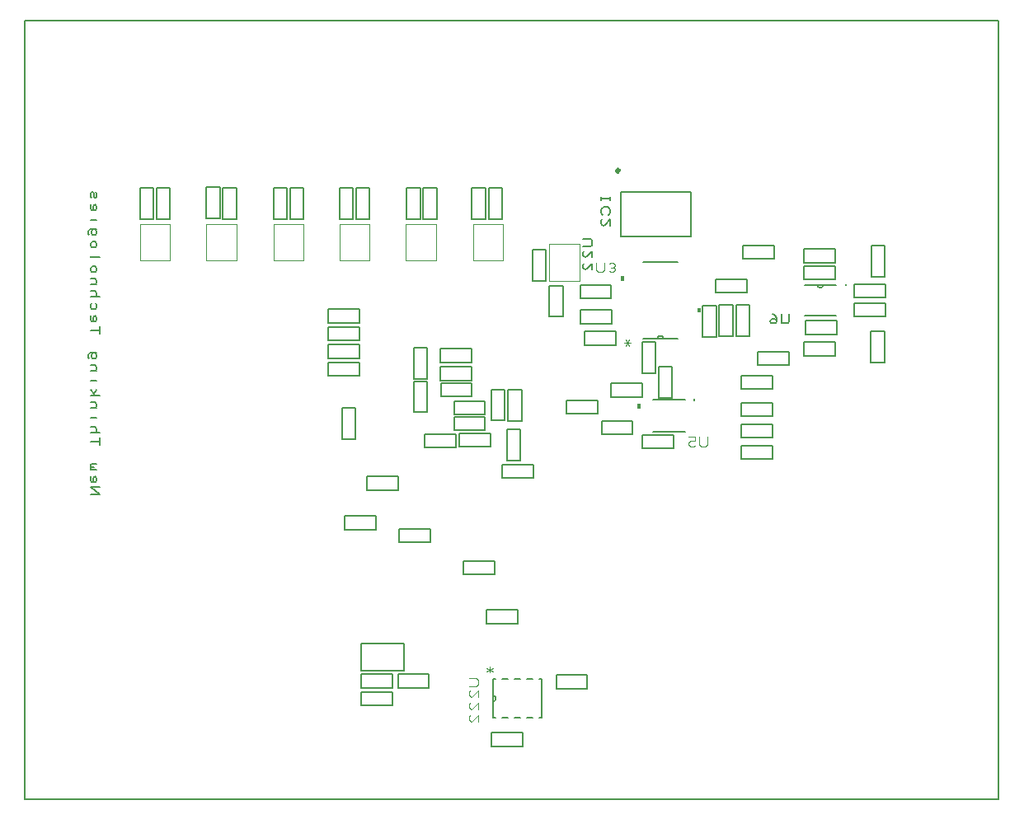
<source format=gbr>
%FSLAX36Y36*%
%MOMM*%
G04 EasyPC Gerber Version 18.0.8 Build 3632 *
%ADD21C,0.02540*%
%ADD23C,0.07620*%
%ADD70C,0.12700*%
%ADD20C,0.15000*%
%ADD22C,0.15240*%
%ADD71C,0.18000*%
%ADD24C,0.20000*%
%ADD25C,0.32500*%
X0Y0D02*
D02*
D70*
X42104200Y3347700D02*
X142104200D01*
Y83347700*
X42104200*
Y3347700*
D02*
D71*
X48842300Y34597700D02*
X49794800D01*
X48842300Y35391500*
X49794800*
X48921700Y36502700D02*
X48842300Y36423300D01*
Y36264600*
Y36105800*
X48921700Y35947100*
X49080500Y35867700*
X49318600*
X49398000Y35947100*
X49477300Y36105800*
Y36264600*
X49398000Y36423300*
X49318600Y36502700*
X49239200*
X49159800Y36423300*
X49080500Y36264600*
Y36105800*
X49159800Y35947100*
X49239200Y35867700*
X49477300Y37137700D02*
X48921700D01*
X48842300Y37217100*
Y37375800*
X48921700Y37455200*
X49159800*
X48921700D02*
X48842300Y37534600D01*
Y37693300*
X48921700Y37772700*
X49477300*
X48842300Y40074600D02*
X49794800D01*
Y39677700D02*
Y40471500D01*
X48842300Y40947700D02*
X49794800D01*
X49239200D02*
X49398000Y41027100D01*
X49477300Y41185800*
Y41344600*
X49398000Y41503300*
X49239200Y41582700*
X48842300*
Y42535200D02*
X49477300D01*
X49715500D02*
X48842300Y43487700*
X49477300D01*
X49239200D02*
X49398000Y43567100D01*
X49477300Y43725800*
Y43884600*
X49398000Y44043300*
X49239200Y44122700*
X48842300*
Y44757700D02*
X49794800D01*
X49159800D02*
Y44995800D01*
X49477300Y45392700*
X49159800Y44995800D02*
X48842300Y45392700D01*
Y46345200D02*
X49477300D01*
X49715500D02*
X48842300Y47297700*
X49477300D01*
X49239200D02*
X49398000Y47377100D01*
X49477300Y47535800*
Y47694600*
X49398000Y47853300*
X49239200Y47932700*
X48842300*
X49239200Y49202700D02*
X49398000Y49123300D01*
X49477300Y48964600*
Y48805800*
X49398000Y48647100*
X49239200Y48567700*
X49159800*
X49001100Y48647100*
X48921700Y48805800*
Y48964600*
X49001100Y49123300*
X49159800Y49202700*
X49477300D02*
X48842300D01*
X48683600Y49123300*
X48604200Y48964600*
Y48726500*
X48683600Y48567700*
X48842300Y51504600D02*
X49794800D01*
Y51107700D02*
Y51901500D01*
X48921700Y53012700D02*
X48842300Y52933300D01*
Y52774600*
Y52615800*
X48921700Y52457100*
X49080500Y52377700*
X49318600*
X49398000Y52457100*
X49477300Y52615800*
Y52774600*
X49398000Y52933300*
X49318600Y53012700*
X49239200*
X49159800Y52933300*
X49080500Y52774600*
Y52615800*
X49159800Y52457100*
X49239200Y52377700*
X49398000Y54282700D02*
X49477300Y54124000D01*
Y53885800*
X49398000Y53727100*
X49239200Y53647700*
X49080500*
X48921700Y53727100*
X48842300Y53885800*
Y54124000*
X48921700Y54282700*
X48842300Y54917700D02*
X49794800D01*
X49239200D02*
X49398000Y54997100D01*
X49477300Y55155800*
Y55314600*
X49398000Y55473300*
X49239200Y55552700*
X48842300*
Y56187700D02*
X49477300D01*
X49239200D02*
X49398000Y56267100D01*
X49477300Y56425800*
Y56584600*
X49398000Y56743300*
X49239200Y56822700*
X48842300*
X49080500Y57457700D02*
X48921700Y57537100D01*
X48842300Y57695800*
Y57854600*
X48921700Y58013300*
X49080500Y58092700*
X49239200*
X49398000Y58013300*
X49477300Y57854600*
Y57695800*
X49398000Y57537100*
X49239200Y57457700*
X49080500*
X48842300Y59124600D02*
Y59045200D01*
X49794800*
X49080500Y59997700D02*
X48921700Y60077100D01*
X48842300Y60235800*
Y60394600*
X48921700Y60553300*
X49080500Y60632700*
X49239200*
X49398000Y60553300*
X49477300Y60394600*
Y60235800*
X49398000Y60077100*
X49239200Y59997700*
X49080500*
X49239200Y61902700D02*
X49398000Y61823300D01*
X49477300Y61664600*
Y61505800*
X49398000Y61347100*
X49239200Y61267700*
X49159800*
X49001100Y61347100*
X48921700Y61505800*
Y61664600*
X49001100Y61823300*
X49159800Y61902700*
X49477300D02*
X48842300D01*
X48683600Y61823300*
X48604200Y61664600*
Y61426500*
X48683600Y61267700*
X48842300Y62855200D02*
X49477300D01*
X49715500D02*
X48921700Y64442700*
X48842300Y64363300D01*
Y64204600*
Y64045800*
X48921700Y63887100*
X49080500Y63807700*
X49318600*
X49398000Y63887100*
X49477300Y64045800*
Y64204600*
X49398000Y64363300*
X49318600Y64442700*
X49239200*
X49159800Y64363300*
X49080500Y64204600*
Y64045800*
X49159800Y63887100*
X49239200Y63807700*
X48921700Y65077700D02*
X48842300Y65236500D01*
Y65554000*
X48921700Y65712700*
X49080500*
X49159800Y65554000*
Y65236500*
X49239200Y65077700*
X49398000*
X49477300Y65236500*
Y65554000*
X49398000Y65712700*
X99413600Y60897700D02*
X100127900D01*
X100286700Y60818300*
X100366100Y60659600*
Y60342100*
X100286700Y60183300*
X100127900Y60103900*
X99413600*
X100366100Y58992700D02*
Y59627700D01*
X99810400Y59072100*
X99651700Y58992700*
X99492900Y59072100*
X99413600Y59230800*
Y59468900*
X99492900Y59627700*
X100366100Y57722700D02*
Y58357700D01*
X99810400Y57802100*
X99651700Y57722700*
X99492900Y57802100*
X99413600Y57960800*
Y58198900*
X99492900Y58357700*
X102221100Y65184600D02*
Y64867100D01*
Y65025800D02*
X101268600D01*
Y65184600D02*
Y64867100D01*
X102062300Y63358900D02*
X102141700Y63438300D01*
X102221100Y63597100*
Y63835200*
X102141700Y63993900*
X102062300Y64073300*
X101903600Y64152700*
X101586100*
X101427300Y64073300*
X101347900Y63993900*
X101268600Y63835200*
Y63597100*
X101347900Y63438300*
X101427300Y63358900*
X102221100Y62247700D02*
Y62882700D01*
X101665400Y62327100*
X101506700Y62247700*
X101347900Y62327100*
X101268600Y62485800*
Y62723900*
X101347900Y62882700*
X120554200Y53163300D02*
Y52449000D01*
X120474800Y52290200*
X120316100Y52210800*
X119998600*
X119839800Y52290200*
X119760400Y52449000*
Y53163300*
X119284200Y52449000D02*
X119204800Y52607700D01*
X119046100Y52687100*
X118887300*
X118728600Y52607700*
X118649200Y52449000*
X118728600Y52290200*
X118887300Y52210800*
X119046100*
X119204800Y52290200*
X119284200Y52449000*
Y52687100*
X119204800Y52925200*
X119046100Y53084000*
X118887300Y53163300*
D02*
D20*
X53904200Y62947700D02*
Y66147700D01*
X55304200*
Y62947700*
X53904200*
X55604200D02*
Y66147700D01*
X57004200*
Y62947700*
X55604200*
X60704200Y62997700D02*
Y66197700D01*
X62104200*
Y62997700*
X60704200*
X62404200Y62947700D02*
Y66147700D01*
X63804200*
Y62947700*
X62404200*
X67604200D02*
Y66147700D01*
X69004200*
Y62947700*
X67604200*
X69304200D02*
Y66147700D01*
X70704200*
Y62947700*
X69304200*
X74404200D02*
Y66147700D01*
X75804200*
Y62947700*
X74404200*
X74654200Y40297700D02*
Y43497700D01*
X76054200*
Y40297700*
X74654200*
X76104200Y62947700D02*
Y66147700D01*
X77504200*
Y62947700*
X76104200*
X76429200Y50447700D02*
X73229200D01*
Y51847700*
X76429200*
Y50447700*
Y52272700D02*
X73229200D01*
Y53672700*
X76429200*
Y52272700*
X76454200Y46797700D02*
X73254200D01*
Y48197700*
X76454200*
Y46797700*
Y48622700D02*
X73254200D01*
Y50022700*
X76454200*
Y48622700*
X76604200Y14347700D02*
X79804200D01*
Y12947700*
X76604200*
Y14347700*
Y19347700D02*
X81004200D01*
Y16547700*
X76604200*
Y19347700*
X78104200Y30997700D02*
X74904200D01*
Y32397700*
X78104200*
Y30997700*
X79804200Y14747700D02*
X76604200D01*
Y16147700*
X79804200*
Y14747700*
X80404200Y16147700D02*
X83604200D01*
Y14747700*
X80404200*
Y16147700*
X80429200Y35072700D02*
X77229200D01*
Y36472700*
X80429200*
Y35072700*
X81304200Y62947700D02*
Y66147700D01*
X82704200*
Y62947700*
X81304200*
X82029200Y46497700D02*
Y49697700D01*
X83429200*
Y46497700*
X82029200*
X83004200Y62947700D02*
Y66147700D01*
X84404200*
Y62947700*
X83004200*
X83404200Y46272700D02*
Y43072700D01*
X82004200*
Y46272700*
X83404200*
X83754200Y29722700D02*
X80554200D01*
Y31122700*
X83754200*
Y29722700*
X86154200Y42622700D02*
X89354200D01*
Y41222700*
X86154200*
Y42622700*
Y44247700D02*
X89354200D01*
Y42847700*
X86154200*
Y44247700*
X86329200Y39447700D02*
X83129200D01*
Y40847700*
X86329200*
Y39447700*
X87154200Y27822700D02*
X90354200D01*
Y26422700*
X87154200*
Y27822700*
X87979200Y46347700D02*
X84779200D01*
Y47747700*
X87979200*
Y46347700*
Y48197700D02*
X84779200D01*
Y49597700*
X87979200*
Y48197700*
X88004200Y44697700D02*
X84804200D01*
Y46097700*
X88004200*
Y44697700*
Y62947700D02*
Y66147700D01*
X89404200*
Y62947700*
X88004200*
X89704200D02*
Y66147700D01*
X91104200*
Y62947700*
X89704200*
X89879200Y39522700D02*
X86679200D01*
Y40922700*
X89879200*
Y39522700*
X89979200Y42222700D02*
Y45422700D01*
X91379200*
Y42222700*
X89979200*
X91129200Y37697700D02*
X94329200D01*
Y36297700*
X91129200*
Y37697700*
X91704200Y42197700D02*
Y45397700D01*
X93104200*
Y42197700*
X91704200*
X92729200Y21347700D02*
X89529200D01*
Y22747700*
X92729200*
Y21347700*
X92979200Y41347700D02*
Y38147700D01*
X91579200*
Y41347700*
X92979200*
X93204200Y8772700D02*
X90004200D01*
Y10172700*
X93204200*
Y8772700*
X94204200Y56547700D02*
Y59747700D01*
X95604200*
Y56547700*
X94204200*
X96654200Y16097700D02*
X99854200D01*
Y14697700*
X96654200*
Y16097700*
X97329200Y56097700D02*
Y52897700D01*
X95929200*
Y56097700*
X97329200*
X97704200Y44322700D02*
X100904200D01*
Y42922700*
X97704200*
Y44322700*
X101304200Y42197700D02*
X104504200D01*
Y40797700*
X101304200*
Y42197700*
X102304200Y54772700D02*
X99104200D01*
Y56172700*
X102304200*
Y54772700*
X102354200Y52197700D02*
X99154200D01*
Y53597700*
X102354200*
Y52197700*
X102804200Y49972700D02*
X99604200D01*
Y51372700*
X102804200*
Y49972700*
X105504200Y44647700D02*
X102304200D01*
Y46047700*
X105504200*
Y44647700*
X106879200Y50297700D02*
Y47097700D01*
X105479200*
Y50297700*
X106879200*
X107154200Y44522700D02*
Y47722700D01*
X108554200*
Y44522700*
X107154200*
X108679200Y39372700D02*
X105479200D01*
Y40772700*
X108679200*
Y39372700*
X111704200Y50847700D02*
Y54047700D01*
X113104200*
Y50847700*
X111704200*
X113004200Y56747700D02*
X116204200D01*
Y55347700*
X113004200*
Y56747700*
X114779200Y54072700D02*
Y50872700D01*
X113379200*
Y54072700*
X114779200*
X116504200Y54122700D02*
Y50922700D01*
X115104200*
Y54122700*
X116504200*
X117354200Y49322700D02*
X120554200D01*
Y47922700*
X117354200*
Y49322700*
X118829200Y45447700D02*
X115629200D01*
Y46847700*
X118829200*
Y45447700*
X118879200Y38272700D02*
X115679200D01*
Y39672700*
X118879200*
Y38272700*
Y40472700D02*
X115679200D01*
Y41872700*
X118879200*
Y40472700*
Y42672700D02*
X115679200D01*
Y44072700*
X118879200*
Y42672700*
X119054200Y58847700D02*
X115854200D01*
Y60247700*
X119054200*
Y58847700*
X122254200Y52497700D02*
X125454200D01*
Y51097700*
X122254200*
Y52497700*
X125304200Y56697700D02*
X122104200D01*
Y58097700*
X125304200*
Y56697700*
X125329200Y48897700D02*
X122129200D01*
Y50297700*
X125329200*
Y48897700*
Y58472700D02*
X122129200D01*
Y59872700*
X125329200*
Y58472700*
X126429600Y56156500D02*
G75*
G02X126350600Y56140700I-39500J-7900D01*
G01*
G75*
G02X126429600Y56156500I39500J7900*
G01*
X127229200Y54322700D02*
X130429200D01*
Y52922700*
X127229200*
Y54322700*
X129004200Y57022700D02*
Y60222700D01*
X130404200*
Y57022700*
X129004200*
X130354200Y51422700D02*
Y48222700D01*
X128954200*
Y51422700*
X130354200*
X130454200Y54847700D02*
X127254200D01*
Y56247700*
X130454200*
Y54847700*
D02*
D21*
X57004200Y58647700D02*
X53904200D01*
Y62447700*
X57004200*
Y58647700*
X63804200D02*
X60704200D01*
Y62447700*
X63804200*
Y58647700*
X70704200D02*
X67604200D01*
Y62447700*
X70704200*
Y58647700*
X77504200D02*
X74404200D01*
Y62447700*
X77504200*
Y58647700*
X84304200D02*
X81204200D01*
Y62447700*
X84304200*
Y58647700*
X91204200D02*
X88104200D01*
Y62447700*
X91204200*
Y58647700*
X99054200Y56547700D02*
X95954200D01*
Y60347700*
X99054200*
Y56547700*
X103290200Y56682200D02*
Y57063200D01*
X103544200*
Y56682200*
X103290200*
G36*
Y57063200*
X103544200*
Y56682200*
X103290200*
G37*
X104990700Y43913200D02*
Y43532200D01*
X105244700*
Y43913200*
X104990700*
G36*
Y43532200*
X105244700*
Y43913200*
X104990700*
G37*
X111418200Y53432200D02*
Y53813200D01*
X111164200*
Y53432200*
X111418200*
G36*
Y53813200*
X111164200*
Y53432200*
X111418200*
G37*
D02*
D22*
X90152300Y13952500D02*
G75*
G02Y13342900J-304800D01*
G01*
X90419000Y11653800D02*
X90152300D01*
Y15641600*
X90419000*
X91079400D02*
X91689000D01*
Y11653800D02*
X91079400D01*
X92349400Y15641600D02*
X92959000D01*
Y11653800D02*
X92349400D01*
X93619400Y15641600D02*
X94229000D01*
Y11653800D02*
X93619400D01*
X94889400D02*
X95156100D01*
Y15641600*
X94889400*
X105536500Y58547400D02*
X109171900D01*
X106552800Y44399100D02*
X109905600D01*
X107049400Y50648000D02*
G75*
G02X107659000I304800D01*
G01*
X109171900D02*
X105536500D01*
X109905600Y41046300D02*
X106552800D01*
X110857200Y44369700D02*
G75*
G02X110778200Y44322300I-39500J-23700D01*
G01*
G75*
G02X110857200Y44369700I39500J23700*
G01*
X122154000Y56172900D02*
X125354400D01*
X124059000D02*
G75*
G02X123449400I-304800D01*
G01*
X125354400Y52972500D02*
X122154000D01*
D02*
D23*
X87688600Y15747700D02*
X88402900D01*
X88561700Y15668300*
X88641100Y15509600*
Y15192100*
X88561700Y15033300*
X88402900Y14953900*
X87688600*
X88641100Y13842700D02*
Y14477700D01*
X88085400Y13922100*
X87926700Y13842700*
X87767900Y13922100*
X87688600Y14080800*
Y14318900*
X87767900Y14477700*
X88641100Y12572700D02*
Y13207700D01*
X88085400Y12652100*
X87926700Y12572700*
X87767900Y12652100*
X87688600Y12810800*
Y13048900*
X87767900Y13207700*
X88641100Y11302700D02*
Y11937700D01*
X88085400Y11382100*
X87926700Y11302700*
X87767900Y11382100*
X87688600Y11540800*
Y11778900*
X87767900Y11937700*
X89812600Y16949700D02*
Y16314700D01*
X90130100Y16790900D02*
X89495100Y16473400D01*
Y16790900D02*
X90130100Y16473400D01*
X100779200Y58438300D02*
Y57724000D01*
X100858600Y57565200*
X101017300Y57485800*
X101334800*
X101493600Y57565200*
X101573000Y57724000*
Y58438300*
X102128600Y57565200D02*
X102287300Y57485800D01*
X102446100*
X102604800Y57565200*
X102684200Y57724000*
X102604800Y57882700*
X102446100Y57962100*
X102287300*
X102446100D02*
X102604800Y58041500D01*
X102684200Y58200200*
X102604800Y58359000*
X102446100Y58438300*
X102287300*
X102128600Y58359000*
X103645800Y50232100D02*
X104280800D01*
X103804600Y50549600D02*
X104122100Y49914600D01*
X103804600D02*
X104122100Y50549600D01*
X112154200Y40538300D02*
Y39824000D01*
X112074800Y39665200*
X111916100Y39585800*
X111598600*
X111439800Y39665200*
X111360400Y39824000*
Y40538300*
X110884200Y39665200D02*
X110725400Y39585800D01*
X110487300*
X110328600Y39665200*
X110249200Y39824000*
Y39903300*
X110328600Y40062100*
X110487300Y40141500*
X110884200*
Y40538300*
X110249200*
D02*
D24*
X103304200Y65747700D02*
Y61147700D01*
X110504200*
Y65747700*
X103304200*
D02*
D25*
X103004200Y67735700D02*
G75*
G03Y68059700J162000D01*
G01*
Y67735700D02*
G75*
G03Y68059700J162000D01*
G01*
G75*
G03Y67735700J-162000*
G01*
X0Y0D02*
M02*

</source>
